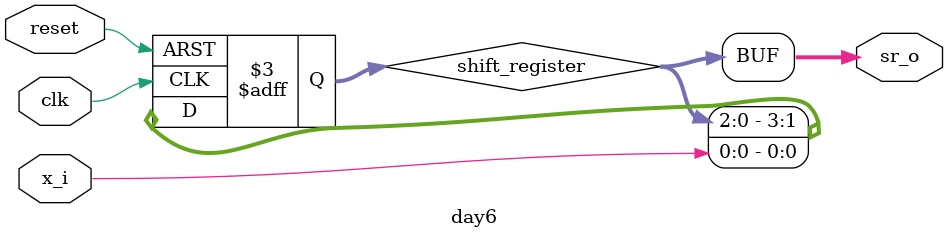
<source format=sv>
module day6(
  input     wire        clk,
  input     wire        reset,
  input     wire        x_i,      // Serial input

  output    wire[3:0]   sr_o
);
  reg[3:0] shift_register = 4'h0;
  assign sr_o = shift_register;

  always_ff @(posedge clk, posedge reset) begin
    if (reset) begin
    	shift_register <= 4'h0;
    end else begin
        shift_register <= {shift_register[2:0], x_i};
    end
  end
endmodule

</source>
